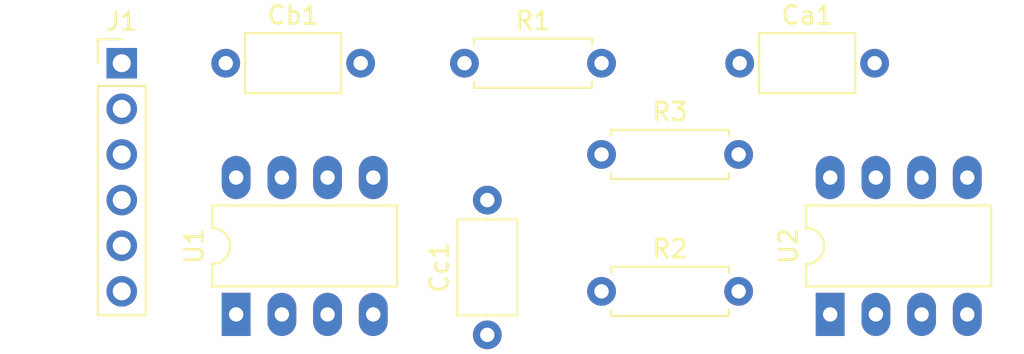
<source format=kicad_pcb>
(kicad_pcb (version 20221018) (generator pcbnew)
  (layers (0 "F.Cu" signal) (31 "B.Cu" signal) (34 "B.Paste" user) (35 "F.Paste" user) (36 "B.SilkS" user "B.Silkscreen") (37 "F.SilkS" user "F.Silkscreen") (38 "B.Mask" user) (39 "F.Mask" user) (44 "Edge.Cuts" user))
  (net 0 "")
  (net 1 "Net-(Cc1-Pad1)")
  (net 2 "Net-(Ca1-Pad1)")
  (net 3 "Net-(Cb1-Pad1)")
  (net 4 "Net-(Ca1-Pad2)")
  (net 5 "Net-(J1-Pad1)")
  (net 6 "Net-(U2-Pad1)")
  (net 7 "Net-(J1-Pad3)")
  (net 8 "GND")
  (net 9 "Net-(U2-Pad5)")
  (net 10 "VCC")
  (net 11 "Net-(U2-Pad8)")
  (net 12 "Net-(U1-Pad1)")
  (net 13 "Net-(U1-Pad5)")
  (net 14 "Net-(U1-Pad8)")
  (footprint "Resistor_THT:R_Axial_DIN0207_L6.3mm_D2.5mm_P7.62mm_Horizontal" (layer "F.Cu") (at 135.89 93.98)
    (fp_text reference "R1" (at 3.81 -2.37) (layer "F.SilkS"))
    (fp_text value "7.5k")
    (fp_line (start 0.54 -1.37) (end 7.08 -1.37) (stroke (width 0.12)) (layer "F.SilkS"))
    (fp_line (start 0.54 -1.04) (end 0.54 -1.37) (stroke (width 0.12)) (layer "F.SilkS"))
    (fp_line (start 0.54 1.04) (end 0.54 1.37) (stroke (width 0.12)) (layer "F.SilkS"))
    (fp_line (start 0.54 1.37) (end 7.08 1.37) (stroke (width 0.12)) (layer "F.SilkS"))
    (fp_line (start 7.08 -1.37) (end 7.08 -1.04) (stroke (width 0.12)) (layer "F.SilkS"))
    (fp_line (start 7.08 1.37) (end 7.08 1.04) (stroke (width 0.12)) (layer "F.SilkS"))
    (pad "1" thru_hole circle (at 0 0) (size 1.6 1.6) (drill 0.8) (layers "*.Cu" "*.Mask") (net 4 "Net-(Ca1-Pad2)"))
    (pad "2" thru_hole oval (at 7.62 0) (size 1.6 1.6) (drill 0.8) (layers "*.Cu" "*.Mask") (net 5 "Net-(J1-Pad1)"))
  )
  (footprint "Resistor_THT:R_Axial_DIN0207_L6.3mm_D2.5mm_P7.62mm_Horizontal" (layer "F.Cu") (at 143.51 106.68)
    (fp_text reference "R2" (at 3.81 -2.37) (layer "F.SilkS"))
    (fp_text value "7.5k")
    (fp_line (start 0.54 -1.37) (end 7.08 -1.37) (stroke (width 0.12)) (layer "F.SilkS"))
    (fp_line (start 0.54 -1.04) (end 0.54 -1.37) (stroke (width 0.12)) (layer "F.SilkS"))
    (fp_line (start 0.54 1.04) (end 0.54 1.37) (stroke (width 0.12)) (layer "F.SilkS"))
    (fp_line (start 0.54 1.37) (end 7.08 1.37) (stroke (width 0.12)) (layer "F.SilkS"))
    (fp_line (start 7.08 -1.37) (end 7.08 -1.04) (stroke (width 0.12)) (layer "F.SilkS"))
    (fp_line (start 7.08 1.37) (end 7.08 1.04) (stroke (width 0.12)) (layer "F.SilkS"))
    (pad "1" thru_hole circle (at 0 0) (size 1.6 1.6) (drill 0.8) (layers "*.Cu" "*.Mask") (net 3 "Net-(Cb1-Pad1)"))
    (pad "2" thru_hole oval (at 7.62 0) (size 1.6 1.6) (drill 0.8) (layers "*.Cu" "*.Mask") (net 4 "Net-(Ca1-Pad2)"))
  )
  (footprint "Capacitor_THT:C_Axial_L5.1mm_D3.1mm_P7.50mm_Horizontal" (layer "F.Cu") (at 137.16 109.1 90)
    (fp_text reference "Cc1" (at 3.75 -2.67 90) (layer "F.SilkS"))
    (fp_text value "1.3n")
    (fp_line (start 1.04 0) (end 1.08 0) (stroke (width 0.12)) (layer "F.SilkS"))
    (fp_line (start 1.08 -1.67) (end 1.08 1.67) (stroke (width 0.12)) (layer "F.SilkS"))
    (fp_line (start 1.08 1.67) (end 6.42 1.67) (stroke (width 0.12)) (layer "F.SilkS"))
    (fp_line (start 6.42 -1.67) (end 1.08 -1.67) (stroke (width 0.12)) (layer "F.SilkS"))
    (fp_line (start 6.42 1.67) (end 6.42 -1.67) (stroke (width 0.12)) (layer "F.SilkS"))
    (fp_line (start 6.46 0) (end 6.42 0) (stroke (width 0.12)) (layer "F.SilkS"))
    (pad "1" thru_hole circle (at 0 0 90) (size 1.6 1.6) (drill 0.8) (layers "*.Cu" "*.Mask") (net 1 "Net-(Cc1-Pad1)"))
    (pad "2" thru_hole oval (at 7.5 0 90) (size 1.6 1.6) (drill 0.8) (layers "*.Cu" "*.Mask") (net 8 "GND"))
  )
  (footprint "Resistor_THT:R_Axial_DIN0207_L6.3mm_D2.5mm_P7.62mm_Horizontal" (layer "F.Cu") (at 143.51 99.06)
    (fp_text reference "R3" (at 3.81 -2.37) (layer "F.SilkS"))
    (fp_text value "7.5k")
    (fp_line (start 0.54 -1.37) (end 7.08 -1.37) (stroke (width 0.12)) (layer "F.SilkS"))
    (fp_line (start 0.54 -1.04) (end 0.54 -1.37) (stroke (width 0.12)) (layer "F.SilkS"))
    (fp_line (start 0.54 1.04) (end 0.54 1.37) (stroke (width 0.12)) (layer "F.SilkS"))
    (fp_line (start 0.54 1.37) (end 7.08 1.37) (stroke (width 0.12)) (layer "F.SilkS"))
    (fp_line (start 7.08 -1.37) (end 7.08 -1.04) (stroke (width 0.12)) (layer "F.SilkS"))
    (fp_line (start 7.08 1.37) (end 7.08 1.04) (stroke (width 0.12)) (layer "F.SilkS"))
    (pad "1" thru_hole circle (at 0 0) (size 1.6 1.6) (drill 0.8) (layers "*.Cu" "*.Mask") (net 1 "Net-(Cc1-Pad1)"))
    (pad "2" thru_hole oval (at 7.62 0) (size 1.6 1.6) (drill 0.8) (layers "*.Cu" "*.Mask") (net 2 "Net-(Ca1-Pad1)"))
  )
  (footprint "Capacitor_THT:C_Axial_L5.1mm_D3.1mm_P7.50mm_Horizontal" (layer "F.Cu") (at 122.62 93.98)
    (fp_text reference "Cb1" (at 3.75 -2.67) (layer "F.SilkS"))
    (fp_text value "9.1n")
    (fp_line (start 1.04 0) (end 1.08 0) (stroke (width 0.12)) (layer "F.SilkS"))
    (fp_line (start 1.08 -1.67) (end 1.08 1.67) (stroke (width 0.12)) (layer "F.SilkS"))
    (fp_line (start 1.08 1.67) (end 6.42 1.67) (stroke (width 0.12)) (layer "F.SilkS"))
    (fp_line (start 6.42 -1.67) (end 1.08 -1.67) (stroke (width 0.12)) (layer "F.SilkS"))
    (fp_line (start 6.42 1.67) (end 6.42 -1.67) (stroke (width 0.12)) (layer "F.SilkS"))
    (fp_line (start 6.46 0) (end 6.42 0) (stroke (width 0.12)) (layer "F.SilkS"))
    (pad "1" thru_hole circle (at 0 0) (size 1.6 1.6) (drill 0.8) (layers "*.Cu" "*.Mask") (net 3 "Net-(Cb1-Pad1)"))
    (pad "2" thru_hole oval (at 7.5 0) (size 1.6 1.6) (drill 0.8) (layers "*.Cu" "*.Mask") (net 8 "GND"))
  )
  (footprint "Package_DIP:DIP-8_W7.62mm_LongPads" (layer "F.Cu") (at 156.22 107.965 90)
    (fp_text reference "U2" (at 3.81 -2.33 90) (layer "F.SilkS"))
    (fp_text value "LM741")
    (fp_line (start 1.56 -1.33) (end 1.56 8.95) (stroke (width 0.12)) (layer "F.SilkS"))
    (fp_line (start 1.56 8.95) (end 6.06 8.95) (stroke (width 0.12)) (layer "F.SilkS"))
    (fp_line (start 2.81 -1.33) (end 1.56 -1.33) (stroke (width 0.12)) (layer "F.SilkS"))
    (fp_line (start 6.06 -1.33) (end 4.81 -1.33) (stroke (width 0.12)) (layer "F.SilkS"))
    (fp_line (start 6.06 8.95) (end 6.06 -1.33) (stroke (width 0.12)) (layer "F.SilkS"))
    (fp_arc (start 4.81 -1.33) (mid 3.81 -0.33) (end 2.81 -1.33) (stroke (width 0.12)) (layer "F.SilkS"))
    (pad "1" thru_hole rect (at 0 0 90) (size 2.4 1.6) (drill 0.8) (layers "*.Cu" "*.Mask") (net 6 "Net-(U2-Pad1)"))
    (pad "2" thru_hole oval (at 0 2.54 90) (size 2.4 1.6) (drill 0.8) (layers "*.Cu" "*.Mask") (net 7 "Net-(J1-Pad3)"))
    (pad "3" thru_hole oval (at 0 5.08 90) (size 2.4 1.6) (drill 0.8) (layers "*.Cu" "*.Mask") (net 1 "Net-(Cc1-Pad1)"))
    (pad "4" thru_hole oval (at 0 7.62 90) (size 2.4 1.6) (drill 0.8) (layers "*.Cu" "*.Mask") (net 8 "GND"))
    (pad "5" thru_hole oval (at 7.62 7.62 90) (size 2.4 1.6) (drill 0.8) (layers "*.Cu" "*.Mask") (net 9 "Net-(U2-Pad5)"))
    (pad "6" thru_hole oval (at 7.62 5.08 90) (size 2.4 1.6) (drill 0.8) (layers "*.Cu" "*.Mask") (net 7 "Net-(J1-Pad3)"))
    (pad "7" thru_hole oval (at 7.62 2.54 90) (size 2.4 1.6) (drill 0.8) (layers "*.Cu" "*.Mask") (net 10 "VCC"))
    (pad "8" thru_hole oval (at 7.62 0 90) (size 2.4 1.6) (drill 0.8) (layers "*.Cu" "*.Mask") (net 11 "Net-(U2-Pad8)"))
  )
  (footprint "Connector_PinHeader_2.54mm:PinHeader_1x06_P2.54mm_Vertical" (layer "F.Cu") (at 116.84 93.98)
    (fp_text reference "J1" (at 0 -2.33) (layer "F.SilkS"))
    (fp_text value "Conn_01x06_Male")
    (fp_line (start -1.33 -1.33) (end 0 -1.33) (stroke (width 0.12)) (layer "F.SilkS"))
    (fp_line (start -1.33 0) (end -1.33 -1.33) (stroke (width 0.12)) (layer "F.SilkS"))
    (fp_line (start -1.33 1.27) (end -1.33 14.03) (stroke (width 0.12)) (layer "F.SilkS"))
    (fp_line (start -1.33 1.27) (end 1.33 1.27) (stroke (width 0.12)) (layer "F.SilkS"))
    (fp_line (start -1.33 14.03) (end 1.33 14.03) (stroke (width 0.12)) (layer "F.SilkS"))
    (fp_line (start 1.33 1.27) (end 1.33 14.03) (stroke (width 0.12)) (layer "F.SilkS"))
    (pad "1" thru_hole rect (at 0 0) (size 1.7 1.7) (drill 1) (layers "*.Cu" "*.Mask") (net 5 "Net-(J1-Pad1)"))
    (pad "2" thru_hole oval (at 0 2.54) (size 1.7 1.7) (drill 1) (layers "*.Cu" "*.Mask") (net 8 "GND"))
    (pad "3" thru_hole oval (at 0 5.08) (size 1.7 1.7) (drill 1) (layers "*.Cu" "*.Mask") (net 7 "Net-(J1-Pad3)"))
    (pad "4" thru_hole oval (at 0 7.62) (size 1.7 1.7) (drill 1) (layers "*.Cu" "*.Mask") (net 8 "GND"))
    (pad "5" thru_hole oval (at 0 10.16) (size 1.7 1.7) (drill 1) (layers "*.Cu" "*.Mask") (net 10 "VCC"))
    (pad "6" thru_hole oval (at 0 12.7) (size 1.7 1.7) (drill 1) (layers "*.Cu" "*.Mask") (net 8 "GND"))
  )
  (footprint "Package_DIP:DIP-8_W7.62mm_LongPads" (layer "F.Cu") (at 123.2 107.965 90)
    (fp_text reference "U1" (at 3.81 -2.33 90) (layer "F.SilkS"))
    (fp_text value "LM741")
    (fp_line (start 1.56 -1.33) (end 1.56 8.95) (stroke (width 0.12)) (layer "F.SilkS"))
    (fp_line (start 1.56 8.95) (end 6.06 8.95) (stroke (width 0.12)) (layer "F.SilkS"))
    (fp_line (start 2.81 -1.33) (end 1.56 -1.33) (stroke (width 0.12)) (layer "F.SilkS"))
    (fp_line (start 6.06 -1.33) (end 4.81 -1.33) (stroke (width 0.12)) (layer "F.SilkS"))
    (fp_line (start 6.06 8.95) (end 6.06 -1.33) (stroke (width 0.12)) (layer "F.SilkS"))
    (fp_arc (start 4.81 -1.33) (mid 3.81 -0.33) (end 2.81 -1.33) (stroke (width 0.12)) (layer "F.SilkS"))
    (pad "1" thru_hole rect (at 0 0 90) (size 2.4 1.6) (drill 0.8) (layers "*.Cu" "*.Mask") (net 12 "Net-(U1-Pad1)"))
    (pad "2" thru_hole oval (at 0 2.54 90) (size 2.4 1.6) (drill 0.8) (layers "*.Cu" "*.Mask") (net 2 "Net-(Ca1-Pad1)"))
    (pad "3" thru_hole oval (at 0 5.08 90) (size 2.4 1.6) (drill 0.8) (layers "*.Cu" "*.Mask") (net 3 "Net-(Cb1-Pad1)"))
    (pad "4" thru_hole oval (at 0 7.62 90) (size 2.4 1.6) (drill 0.8) (layers "*.Cu" "*.Mask") (net 8 "GND"))
    (pad "5" thru_hole oval (at 7.62 7.62 90) (size 2.4 1.6) (drill 0.8) (layers "*.Cu" "*.Mask") (net 13 "Net-(U1-Pad5)"))
    (pad "6" thru_hole oval (at 7.62 5.08 90) (size 2.4 1.6) (drill 0.8) (layers "*.Cu" "*.Mask") (net 2 "Net-(Ca1-Pad1)"))
    (pad "7" thru_hole oval (at 7.62 2.54 90) (size 2.4 1.6) (drill 0.8) (layers "*.Cu" "*.Mask") (net 10 "VCC"))
    (pad "8" thru_hole oval (at 7.62 0 90) (size 2.4 1.6) (drill 0.8) (layers "*.Cu" "*.Mask") (net 14 "Net-(U1-Pad8)"))
  )
  (footprint "Capacitor_THT:C_Axial_L5.1mm_D3.1mm_P7.50mm_Horizontal" (layer "F.Cu") (at 151.19 93.98)
    (fp_text reference "Ca1" (at 3.75 -2.67) (layer "F.SilkS"))
    (fp_text value "1.6n")
    (fp_line (start 1.04 0) (end 1.08 0) (stroke (width 0.12)) (layer "F.SilkS"))
    (fp_line (start 1.08 -1.67) (end 1.08 1.67) (stroke (width 0.12)) (layer "F.SilkS"))
    (fp_line (start 1.08 1.67) (end 6.42 1.67) (stroke (width 0.12)) (layer "F.SilkS"))
    (fp_line (start 6.42 -1.67) (end 1.08 -1.67) (stroke (width 0.12)) (layer "F.SilkS"))
    (fp_line (start 6.42 1.67) (end 6.42 -1.67) (stroke (width 0.12)) (layer "F.SilkS"))
    (fp_line (start 6.46 0) (end 6.42 0) (stroke (width 0.12)) (layer "F.SilkS"))
    (pad "1" thru_hole circle (at 0 0) (size 1.6 1.6) (drill 0.8) (layers "*.Cu" "*.Mask") (net 2 "Net-(Ca1-Pad1)"))
    (pad "2" thru_hole oval (at 7.5 0) (size 1.6 1.6) (drill 0.8) (layers "*.Cu" "*.Mask") (net 4 "Net-(Ca1-Pad2)"))
  )
)
</source>
